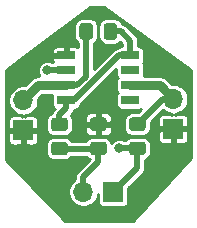
<source format=gbr>
%TF.GenerationSoftware,KiCad,Pcbnew,(5.1.6)-1*%
%TF.CreationDate,2022-09-13T14:07:30-04:00*%
%TF.ProjectId,soft-power-sw-simple,736f6674-2d70-46f7-9765-722d73772d73,rev?*%
%TF.SameCoordinates,Original*%
%TF.FileFunction,Copper,L1,Top*%
%TF.FilePolarity,Positive*%
%FSLAX46Y46*%
G04 Gerber Fmt 4.6, Leading zero omitted, Abs format (unit mm)*
G04 Created by KiCad (PCBNEW (5.1.6)-1) date 2022-09-13 14:07:30*
%MOMM*%
%LPD*%
G01*
G04 APERTURE LIST*
%TA.AperFunction,ComponentPad*%
%ADD10R,1.700000X1.700000*%
%TD*%
%TA.AperFunction,ComponentPad*%
%ADD11O,1.700000X1.700000*%
%TD*%
%TA.AperFunction,SMDPad,CuDef*%
%ADD12R,1.525000X0.700000*%
%TD*%
%TA.AperFunction,ViaPad*%
%ADD13C,0.800000*%
%TD*%
%TA.AperFunction,Conductor*%
%ADD14C,0.500000*%
%TD*%
%TA.AperFunction,Conductor*%
%ADD15C,0.750000*%
%TD*%
%TA.AperFunction,Conductor*%
%ADD16C,0.254000*%
%TD*%
G04 APERTURE END LIST*
%TO.P,C1,1*%
%TO.N,Net-(C1-Pad1)*%
%TA.AperFunction,SMDPad,CuDef*%
G36*
G01*
X144722001Y-103826000D02*
X143821999Y-103826000D01*
G75*
G02*
X143572000Y-103576001I0J249999D01*
G01*
X143572000Y-102925999D01*
G75*
G02*
X143821999Y-102676000I249999J0D01*
G01*
X144722001Y-102676000D01*
G75*
G02*
X144972000Y-102925999I0J-249999D01*
G01*
X144972000Y-103576001D01*
G75*
G02*
X144722001Y-103826000I-249999J0D01*
G01*
G37*
%TD.AperFunction*%
%TO.P,C1,2*%
%TO.N,GND*%
%TA.AperFunction,SMDPad,CuDef*%
G36*
G01*
X144722001Y-101776000D02*
X143821999Y-101776000D01*
G75*
G02*
X143572000Y-101526001I0J249999D01*
G01*
X143572000Y-100875999D01*
G75*
G02*
X143821999Y-100626000I249999J0D01*
G01*
X144722001Y-100626000D01*
G75*
G02*
X144972000Y-100875999I0J-249999D01*
G01*
X144972000Y-101526001D01*
G75*
G02*
X144722001Y-101776000I-249999J0D01*
G01*
G37*
%TD.AperFunction*%
%TD*%
D10*
%TO.P,J1,1*%
%TO.N,GND*%
X137922000Y-101727000D03*
D11*
%TO.P,J1,2*%
%TO.N,Net-(J1-Pad2)*%
X137922000Y-99187000D03*
%TD*%
%TO.P,J2,2*%
%TO.N,Net-(C1-Pad1)*%
X143002000Y-106934000D03*
D10*
%TO.P,J2,1*%
%TO.N,Net-(J2-Pad1)*%
X145542000Y-106934000D03*
%TD*%
%TO.P,J3,1*%
%TO.N,GND*%
X150622000Y-101600000D03*
D11*
%TO.P,J3,2*%
%TO.N,Net-(J3-Pad2)*%
X150622000Y-99060000D03*
%TD*%
D12*
%TO.P,Q1,1*%
%TO.N,GND*%
X141560000Y-95377000D03*
%TO.P,Q1,2*%
%TO.N,Net-(J2-Pad1)*%
X141560000Y-96647000D03*
%TO.P,Q1,3*%
%TO.N,Net-(J1-Pad2)*%
X141560000Y-97917000D03*
%TO.P,Q1,4*%
%TO.N,Net-(Q1-Pad4)*%
X141560000Y-99187000D03*
%TO.P,Q1,5*%
%TO.N,Net-(Q1-Pad5)*%
X146984000Y-99187000D03*
%TO.P,Q1,6*%
%TO.N,Net-(J3-Pad2)*%
X146984000Y-97917000D03*
%TO.P,Q1,7*%
%TO.N,Net-(Q1-Pad7)*%
X146984000Y-96647000D03*
%TO.P,Q1,8*%
%TO.N,Net-(Q1-Pad4)*%
X146984000Y-95377000D03*
%TD*%
%TO.P,R1,1*%
%TO.N,Net-(J1-Pad2)*%
%TA.AperFunction,SMDPad,CuDef*%
G36*
G01*
X142663000Y-93795001D02*
X142663000Y-92894999D01*
G75*
G02*
X142912999Y-92645000I249999J0D01*
G01*
X143563001Y-92645000D01*
G75*
G02*
X143813000Y-92894999I0J-249999D01*
G01*
X143813000Y-93795001D01*
G75*
G02*
X143563001Y-94045000I-249999J0D01*
G01*
X142912999Y-94045000D01*
G75*
G02*
X142663000Y-93795001I0J249999D01*
G01*
G37*
%TD.AperFunction*%
%TO.P,R1,2*%
%TO.N,Net-(Q1-Pad4)*%
%TA.AperFunction,SMDPad,CuDef*%
G36*
G01*
X144713000Y-93795001D02*
X144713000Y-92894999D01*
G75*
G02*
X144962999Y-92645000I249999J0D01*
G01*
X145613001Y-92645000D01*
G75*
G02*
X145863000Y-92894999I0J-249999D01*
G01*
X145863000Y-93795001D01*
G75*
G02*
X145613001Y-94045000I-249999J0D01*
G01*
X144962999Y-94045000D01*
G75*
G02*
X144713000Y-93795001I0J249999D01*
G01*
G37*
%TD.AperFunction*%
%TD*%
%TO.P,R2,2*%
%TO.N,Net-(C1-Pad1)*%
%TA.AperFunction,SMDPad,CuDef*%
G36*
G01*
X140519999Y-102694000D02*
X141420001Y-102694000D01*
G75*
G02*
X141670000Y-102943999I0J-249999D01*
G01*
X141670000Y-103594001D01*
G75*
G02*
X141420001Y-103844000I-249999J0D01*
G01*
X140519999Y-103844000D01*
G75*
G02*
X140270000Y-103594001I0J249999D01*
G01*
X140270000Y-102943999D01*
G75*
G02*
X140519999Y-102694000I249999J0D01*
G01*
G37*
%TD.AperFunction*%
%TO.P,R2,1*%
%TO.N,Net-(Q1-Pad4)*%
%TA.AperFunction,SMDPad,CuDef*%
G36*
G01*
X140519999Y-100644000D02*
X141420001Y-100644000D01*
G75*
G02*
X141670000Y-100893999I0J-249999D01*
G01*
X141670000Y-101544001D01*
G75*
G02*
X141420001Y-101794000I-249999J0D01*
G01*
X140519999Y-101794000D01*
G75*
G02*
X140270000Y-101544001I0J249999D01*
G01*
X140270000Y-100893999D01*
G75*
G02*
X140519999Y-100644000I249999J0D01*
G01*
G37*
%TD.AperFunction*%
%TD*%
%TO.P,R3,1*%
%TO.N,Net-(J3-Pad2)*%
%TA.AperFunction,SMDPad,CuDef*%
G36*
G01*
X147123999Y-100626000D02*
X148024001Y-100626000D01*
G75*
G02*
X148274000Y-100875999I0J-249999D01*
G01*
X148274000Y-101526001D01*
G75*
G02*
X148024001Y-101776000I-249999J0D01*
G01*
X147123999Y-101776000D01*
G75*
G02*
X146874000Y-101526001I0J249999D01*
G01*
X146874000Y-100875999D01*
G75*
G02*
X147123999Y-100626000I249999J0D01*
G01*
G37*
%TD.AperFunction*%
%TO.P,R3,2*%
%TO.N,Net-(J2-Pad1)*%
%TA.AperFunction,SMDPad,CuDef*%
G36*
G01*
X147123999Y-102676000D02*
X148024001Y-102676000D01*
G75*
G02*
X148274000Y-102925999I0J-249999D01*
G01*
X148274000Y-103576001D01*
G75*
G02*
X148024001Y-103826000I-249999J0D01*
G01*
X147123999Y-103826000D01*
G75*
G02*
X146874000Y-103576001I0J249999D01*
G01*
X146874000Y-102925999D01*
G75*
G02*
X147123999Y-102676000I249999J0D01*
G01*
G37*
%TD.AperFunction*%
%TD*%
D13*
%TO.N,Net-(J2-Pad1)*%
X139954000Y-96647000D03*
X146050000Y-103251000D03*
%TD*%
D14*
%TO.N,Net-(C1-Pad1)*%
X143002000Y-105664000D02*
X143002000Y-106934000D01*
X144272000Y-103251000D02*
X144272000Y-104394000D01*
X144272000Y-104394000D02*
X143002000Y-105664000D01*
X144254000Y-103269000D02*
X144272000Y-103251000D01*
X140970000Y-103269000D02*
X144254000Y-103269000D01*
D15*
%TO.N,Net-(J1-Pad2)*%
X139192000Y-97917000D02*
X137922000Y-99187000D01*
X141560000Y-97917000D02*
X139192000Y-97917000D01*
D14*
X142494000Y-97917000D02*
X141560000Y-97917000D01*
X143238000Y-93345000D02*
X143238000Y-97173000D01*
X143238000Y-97173000D02*
X142494000Y-97917000D01*
%TO.N,Net-(J2-Pad1)*%
X145542000Y-106934000D02*
X147574000Y-104902000D01*
X147574000Y-104902000D02*
X147574000Y-103251000D01*
X141560000Y-96647000D02*
X139954000Y-96647000D01*
X146050000Y-103251000D02*
X147574000Y-103251000D01*
D15*
%TO.N,Net-(J3-Pad2)*%
X149479000Y-97917000D02*
X146984000Y-97917000D01*
X150622000Y-99060000D02*
X149479000Y-97917000D01*
D14*
X147574000Y-101201000D02*
X147592000Y-101201000D01*
X149733000Y-99060000D02*
X150622000Y-99060000D01*
X147592000Y-101201000D02*
X149733000Y-99060000D01*
%TO.N,Net-(Q1-Pad4)*%
X140970000Y-101219000D02*
X140970000Y-100457000D01*
X141560000Y-99867000D02*
X141560000Y-99187000D01*
X140970000Y-100457000D02*
X141560000Y-99867000D01*
X142213965Y-99187000D02*
X146023965Y-95377000D01*
X146023965Y-95377000D02*
X146984000Y-95377000D01*
X141560000Y-99187000D02*
X142213965Y-99187000D01*
X146984000Y-94152000D02*
X146984000Y-95377000D01*
X145288000Y-93345000D02*
X146177000Y-93345000D01*
X146177000Y-93345000D02*
X146984000Y-94152000D01*
%TD*%
D16*
%TO.N,GND*%
G36*
X152075001Y-96622047D02*
G01*
X152075000Y-104092253D01*
X147247050Y-109403000D01*
X141417559Y-109403000D01*
X136469000Y-104213049D01*
X136469000Y-102577000D01*
X136642934Y-102577000D01*
X136651178Y-102660707D01*
X136675595Y-102741196D01*
X136715245Y-102815376D01*
X136768605Y-102880395D01*
X136833624Y-102933755D01*
X136907804Y-102973405D01*
X136988293Y-102997822D01*
X137072000Y-103006066D01*
X137688250Y-103004000D01*
X137795000Y-102897250D01*
X137795000Y-101854000D01*
X138049000Y-101854000D01*
X138049000Y-102897250D01*
X138155750Y-103004000D01*
X138772000Y-103006066D01*
X138855707Y-102997822D01*
X138936196Y-102973405D01*
X138991210Y-102943999D01*
X139840934Y-102943999D01*
X139840934Y-103594001D01*
X139853982Y-103726480D01*
X139892625Y-103853868D01*
X139955377Y-103971269D01*
X140039828Y-104074172D01*
X140142731Y-104158623D01*
X140260132Y-104221375D01*
X140387520Y-104260018D01*
X140519999Y-104273066D01*
X141420001Y-104273066D01*
X141552480Y-104260018D01*
X141679868Y-104221375D01*
X141797269Y-104158623D01*
X141900172Y-104074172D01*
X141984623Y-103971269D01*
X141998130Y-103946000D01*
X143253492Y-103946000D01*
X143257377Y-103953269D01*
X143341828Y-104056172D01*
X143444731Y-104140623D01*
X143525033Y-104183545D01*
X142546800Y-105161778D01*
X142520973Y-105182974D01*
X142436372Y-105286060D01*
X142373508Y-105403671D01*
X142334796Y-105531286D01*
X142325000Y-105630749D01*
X142325000Y-105630755D01*
X142321726Y-105664000D01*
X142325000Y-105697245D01*
X142325000Y-105850522D01*
X142187960Y-105942089D01*
X142010089Y-106119960D01*
X141870337Y-106329114D01*
X141774074Y-106561513D01*
X141725000Y-106808226D01*
X141725000Y-107059774D01*
X141774074Y-107306487D01*
X141870337Y-107538886D01*
X142010089Y-107748040D01*
X142187960Y-107925911D01*
X142397114Y-108065663D01*
X142629513Y-108161926D01*
X142876226Y-108211000D01*
X143127774Y-108211000D01*
X143374487Y-108161926D01*
X143606886Y-108065663D01*
X143816040Y-107925911D01*
X143993911Y-107748040D01*
X144133663Y-107538886D01*
X144229926Y-107306487D01*
X144262934Y-107140544D01*
X144262934Y-107784000D01*
X144271178Y-107867707D01*
X144295595Y-107948196D01*
X144335245Y-108022376D01*
X144388605Y-108087395D01*
X144453624Y-108140755D01*
X144527804Y-108180405D01*
X144608293Y-108204822D01*
X144692000Y-108213066D01*
X146392000Y-108213066D01*
X146475707Y-108204822D01*
X146556196Y-108180405D01*
X146630376Y-108140755D01*
X146695395Y-108087395D01*
X146748755Y-108022376D01*
X146788405Y-107948196D01*
X146812822Y-107867707D01*
X146821066Y-107784000D01*
X146821066Y-106612356D01*
X148029206Y-105404217D01*
X148055026Y-105383027D01*
X148076218Y-105357205D01*
X148076224Y-105357199D01*
X148139628Y-105279941D01*
X148202492Y-105162330D01*
X148241204Y-105034715D01*
X148242408Y-105022492D01*
X148251000Y-104935252D01*
X148251000Y-104935245D01*
X148254274Y-104902000D01*
X148251000Y-104868755D01*
X148251000Y-104213345D01*
X148283868Y-104203375D01*
X148401269Y-104140623D01*
X148504172Y-104056172D01*
X148588623Y-103953269D01*
X148651375Y-103835868D01*
X148690018Y-103708480D01*
X148703066Y-103576001D01*
X148703066Y-102925999D01*
X148690018Y-102793520D01*
X148651375Y-102666132D01*
X148588623Y-102548731D01*
X148507596Y-102450000D01*
X149342934Y-102450000D01*
X149351178Y-102533707D01*
X149375595Y-102614196D01*
X149415245Y-102688376D01*
X149468605Y-102753395D01*
X149533624Y-102806755D01*
X149607804Y-102846405D01*
X149688293Y-102870822D01*
X149772000Y-102879066D01*
X150388250Y-102877000D01*
X150495000Y-102770250D01*
X150495000Y-101727000D01*
X150749000Y-101727000D01*
X150749000Y-102770250D01*
X150855750Y-102877000D01*
X151472000Y-102879066D01*
X151555707Y-102870822D01*
X151636196Y-102846405D01*
X151710376Y-102806755D01*
X151775395Y-102753395D01*
X151828755Y-102688376D01*
X151868405Y-102614196D01*
X151892822Y-102533707D01*
X151901066Y-102450000D01*
X151899000Y-101833750D01*
X151792250Y-101727000D01*
X150749000Y-101727000D01*
X150495000Y-101727000D01*
X149451750Y-101727000D01*
X149345000Y-101833750D01*
X149342934Y-102450000D01*
X148507596Y-102450000D01*
X148504172Y-102445828D01*
X148401269Y-102361377D01*
X148283868Y-102298625D01*
X148156480Y-102259982D01*
X148024001Y-102246934D01*
X147123999Y-102246934D01*
X146991520Y-102259982D01*
X146864132Y-102298625D01*
X146746731Y-102361377D01*
X146643828Y-102445828D01*
X146559377Y-102548731D01*
X146545870Y-102574000D01*
X146525357Y-102574000D01*
X146441731Y-102518123D01*
X146291227Y-102455782D01*
X146131452Y-102424000D01*
X145968548Y-102424000D01*
X145808773Y-102455782D01*
X145658269Y-102518123D01*
X145522819Y-102608628D01*
X145407628Y-102723819D01*
X145379599Y-102765767D01*
X145349375Y-102666132D01*
X145286623Y-102548731D01*
X145202172Y-102445828D01*
X145099269Y-102361377D01*
X144981868Y-102298625D01*
X144854480Y-102259982D01*
X144722001Y-102246934D01*
X143821999Y-102246934D01*
X143689520Y-102259982D01*
X143562132Y-102298625D01*
X143444731Y-102361377D01*
X143341828Y-102445828D01*
X143257377Y-102548731D01*
X143234249Y-102592000D01*
X141998130Y-102592000D01*
X141984623Y-102566731D01*
X141900172Y-102463828D01*
X141797269Y-102379377D01*
X141679868Y-102316625D01*
X141552480Y-102277982D01*
X141420001Y-102264934D01*
X140519999Y-102264934D01*
X140387520Y-102277982D01*
X140260132Y-102316625D01*
X140142731Y-102379377D01*
X140039828Y-102463828D01*
X139955377Y-102566731D01*
X139892625Y-102684132D01*
X139853982Y-102811520D01*
X139840934Y-102943999D01*
X138991210Y-102943999D01*
X139010376Y-102933755D01*
X139075395Y-102880395D01*
X139128755Y-102815376D01*
X139168405Y-102741196D01*
X139192822Y-102660707D01*
X139201066Y-102577000D01*
X139199000Y-101960750D01*
X139092250Y-101854000D01*
X138049000Y-101854000D01*
X137795000Y-101854000D01*
X136751750Y-101854000D01*
X136645000Y-101960750D01*
X136642934Y-102577000D01*
X136469000Y-102577000D01*
X136469000Y-100877000D01*
X136642934Y-100877000D01*
X136645000Y-101493250D01*
X136751750Y-101600000D01*
X137795000Y-101600000D01*
X137795000Y-101580000D01*
X138049000Y-101580000D01*
X138049000Y-101600000D01*
X139092250Y-101600000D01*
X139199000Y-101493250D01*
X139201066Y-100877000D01*
X139192822Y-100793293D01*
X139168405Y-100712804D01*
X139128755Y-100638624D01*
X139075395Y-100573605D01*
X139010376Y-100520245D01*
X138936196Y-100480595D01*
X138855707Y-100456178D01*
X138772000Y-100447934D01*
X138155750Y-100450000D01*
X138049002Y-100556748D01*
X138049002Y-100463756D01*
X138294487Y-100414926D01*
X138526886Y-100318663D01*
X138736040Y-100178911D01*
X138913911Y-100001040D01*
X139053663Y-99791886D01*
X139149926Y-99559487D01*
X139199000Y-99312774D01*
X139199000Y-99061226D01*
X139196175Y-99047024D01*
X139524200Y-98719000D01*
X140387081Y-98719000D01*
X140376678Y-98753293D01*
X140368434Y-98837000D01*
X140368434Y-99537000D01*
X140376678Y-99620707D01*
X140401095Y-99701196D01*
X140440745Y-99775376D01*
X140494105Y-99840395D01*
X140559124Y-99893755D01*
X140570006Y-99899572D01*
X140514799Y-99954778D01*
X140488974Y-99975973D01*
X140467779Y-100001799D01*
X140467776Y-100001802D01*
X140404372Y-100079060D01*
X140341508Y-100196671D01*
X140326384Y-100246528D01*
X140260132Y-100266625D01*
X140142731Y-100329377D01*
X140039828Y-100413828D01*
X139955377Y-100516731D01*
X139892625Y-100634132D01*
X139853982Y-100761520D01*
X139840934Y-100893999D01*
X139840934Y-101544001D01*
X139853982Y-101676480D01*
X139892625Y-101803868D01*
X139955377Y-101921269D01*
X140039828Y-102024172D01*
X140142731Y-102108623D01*
X140260132Y-102171375D01*
X140387520Y-102210018D01*
X140519999Y-102223066D01*
X141420001Y-102223066D01*
X141552480Y-102210018D01*
X141679868Y-102171375D01*
X141797269Y-102108623D01*
X141900172Y-102024172D01*
X141984623Y-101921269D01*
X142047375Y-101803868D01*
X142055828Y-101776000D01*
X143142934Y-101776000D01*
X143151178Y-101859707D01*
X143175595Y-101940196D01*
X143215245Y-102014376D01*
X143268605Y-102079395D01*
X143333624Y-102132755D01*
X143407804Y-102172405D01*
X143488293Y-102196822D01*
X143572000Y-102205066D01*
X144038250Y-102203000D01*
X144145000Y-102096250D01*
X144145000Y-101328000D01*
X144399000Y-101328000D01*
X144399000Y-102096250D01*
X144505750Y-102203000D01*
X144972000Y-102205066D01*
X145055707Y-102196822D01*
X145136196Y-102172405D01*
X145210376Y-102132755D01*
X145275395Y-102079395D01*
X145328755Y-102014376D01*
X145368405Y-101940196D01*
X145392822Y-101859707D01*
X145401066Y-101776000D01*
X145399000Y-101434750D01*
X145292250Y-101328000D01*
X144399000Y-101328000D01*
X144145000Y-101328000D01*
X143251750Y-101328000D01*
X143145000Y-101434750D01*
X143142934Y-101776000D01*
X142055828Y-101776000D01*
X142086018Y-101676480D01*
X142099066Y-101544001D01*
X142099066Y-100893999D01*
X142086018Y-100761520D01*
X142047375Y-100634132D01*
X142043029Y-100626000D01*
X143142934Y-100626000D01*
X143145000Y-100967250D01*
X143251750Y-101074000D01*
X144145000Y-101074000D01*
X144145000Y-100305750D01*
X144399000Y-100305750D01*
X144399000Y-101074000D01*
X145292250Y-101074000D01*
X145399000Y-100967250D01*
X145401066Y-100626000D01*
X145392822Y-100542293D01*
X145368405Y-100461804D01*
X145328755Y-100387624D01*
X145275395Y-100322605D01*
X145210376Y-100269245D01*
X145136196Y-100229595D01*
X145055707Y-100205178D01*
X144972000Y-100196934D01*
X144505750Y-100199000D01*
X144399000Y-100305750D01*
X144145000Y-100305750D01*
X144038250Y-100199000D01*
X143572000Y-100196934D01*
X143488293Y-100205178D01*
X143407804Y-100229595D01*
X143333624Y-100269245D01*
X143268605Y-100322605D01*
X143215245Y-100387624D01*
X143175595Y-100461804D01*
X143151178Y-100542293D01*
X143142934Y-100626000D01*
X142043029Y-100626000D01*
X141984623Y-100516731D01*
X141931916Y-100452507D01*
X142015205Y-100369218D01*
X142041026Y-100348027D01*
X142062218Y-100322205D01*
X142062224Y-100322199D01*
X142125628Y-100244941D01*
X142188492Y-100127330D01*
X142227204Y-99999715D01*
X142230518Y-99966066D01*
X142322500Y-99966066D01*
X142406207Y-99957822D01*
X142486696Y-99933405D01*
X142560876Y-99893755D01*
X142625895Y-99840395D01*
X142679255Y-99775376D01*
X142718905Y-99701196D01*
X142743322Y-99620707D01*
X142743938Y-99614449D01*
X145792434Y-96565954D01*
X145792434Y-96997000D01*
X145800678Y-97080707D01*
X145825095Y-97161196D01*
X145864745Y-97235376D01*
X145903009Y-97282000D01*
X145864745Y-97328624D01*
X145825095Y-97402804D01*
X145800678Y-97483293D01*
X145792434Y-97567000D01*
X145792434Y-98267000D01*
X145800678Y-98350707D01*
X145825095Y-98431196D01*
X145864745Y-98505376D01*
X145903009Y-98552000D01*
X145864745Y-98598624D01*
X145825095Y-98672804D01*
X145800678Y-98753293D01*
X145792434Y-98837000D01*
X145792434Y-99537000D01*
X145800678Y-99620707D01*
X145825095Y-99701196D01*
X145864745Y-99775376D01*
X145918105Y-99840395D01*
X145983124Y-99893755D01*
X146057304Y-99933405D01*
X146137793Y-99957822D01*
X146221500Y-99966066D01*
X147746500Y-99966066D01*
X147830207Y-99957822D01*
X147898462Y-99937116D01*
X147638644Y-100196934D01*
X147123999Y-100196934D01*
X146991520Y-100209982D01*
X146864132Y-100248625D01*
X146746731Y-100311377D01*
X146643828Y-100395828D01*
X146559377Y-100498731D01*
X146496625Y-100616132D01*
X146457982Y-100743520D01*
X146444934Y-100875999D01*
X146444934Y-101526001D01*
X146457982Y-101658480D01*
X146496625Y-101785868D01*
X146559377Y-101903269D01*
X146643828Y-102006172D01*
X146746731Y-102090623D01*
X146864132Y-102153375D01*
X146991520Y-102192018D01*
X147123999Y-102205066D01*
X148024001Y-102205066D01*
X148156480Y-102192018D01*
X148283868Y-102153375D01*
X148401269Y-102090623D01*
X148504172Y-102006172D01*
X148588623Y-101903269D01*
X148651375Y-101785868D01*
X148690018Y-101658480D01*
X148703066Y-101526001D01*
X148703066Y-101047356D01*
X149753236Y-99997187D01*
X149807960Y-100051911D01*
X150017114Y-100191663D01*
X150249513Y-100287926D01*
X150494998Y-100336756D01*
X150494998Y-100429748D01*
X150388250Y-100323000D01*
X149772000Y-100320934D01*
X149688293Y-100329178D01*
X149607804Y-100353595D01*
X149533624Y-100393245D01*
X149468605Y-100446605D01*
X149415245Y-100511624D01*
X149375595Y-100585804D01*
X149351178Y-100666293D01*
X149342934Y-100750000D01*
X149345000Y-101366250D01*
X149451750Y-101473000D01*
X150495000Y-101473000D01*
X150495000Y-101453000D01*
X150749000Y-101453000D01*
X150749000Y-101473000D01*
X151792250Y-101473000D01*
X151899000Y-101366250D01*
X151901066Y-100750000D01*
X151892822Y-100666293D01*
X151868405Y-100585804D01*
X151828755Y-100511624D01*
X151775395Y-100446605D01*
X151710376Y-100393245D01*
X151636196Y-100353595D01*
X151555707Y-100329178D01*
X151472000Y-100320934D01*
X150855750Y-100323000D01*
X150749002Y-100429748D01*
X150749002Y-100336756D01*
X150994487Y-100287926D01*
X151226886Y-100191663D01*
X151436040Y-100051911D01*
X151613911Y-99874040D01*
X151753663Y-99664886D01*
X151849926Y-99432487D01*
X151899000Y-99185774D01*
X151899000Y-98934226D01*
X151849926Y-98687513D01*
X151753663Y-98455114D01*
X151613911Y-98245960D01*
X151436040Y-98068089D01*
X151226886Y-97928337D01*
X150994487Y-97832074D01*
X150747774Y-97783000D01*
X150496226Y-97783000D01*
X150482023Y-97785825D01*
X150073960Y-97377762D01*
X150048843Y-97347157D01*
X149926723Y-97246935D01*
X149787397Y-97172464D01*
X149636219Y-97126605D01*
X149518394Y-97115000D01*
X149518386Y-97115000D01*
X149479000Y-97111121D01*
X149439614Y-97115000D01*
X148156919Y-97115000D01*
X148167322Y-97080707D01*
X148175566Y-96997000D01*
X148175566Y-96297000D01*
X148167322Y-96213293D01*
X148142905Y-96132804D01*
X148103255Y-96058624D01*
X148064991Y-96012000D01*
X148103255Y-95965376D01*
X148142905Y-95891196D01*
X148167322Y-95810707D01*
X148175566Y-95727000D01*
X148175566Y-95027000D01*
X148167322Y-94943293D01*
X148142905Y-94862804D01*
X148103255Y-94788624D01*
X148049895Y-94723605D01*
X147984876Y-94670245D01*
X147910696Y-94630595D01*
X147830207Y-94606178D01*
X147746500Y-94597934D01*
X147661000Y-94597934D01*
X147661000Y-94185241D01*
X147664274Y-94151999D01*
X147661000Y-94118757D01*
X147661000Y-94118748D01*
X147651204Y-94019285D01*
X147612492Y-93891670D01*
X147549628Y-93774059D01*
X147465026Y-93670973D01*
X147439200Y-93649778D01*
X146679226Y-92889804D01*
X146658027Y-92863973D01*
X146554941Y-92779372D01*
X146437330Y-92716508D01*
X146309715Y-92677796D01*
X146251580Y-92672070D01*
X146240375Y-92635132D01*
X146177623Y-92517731D01*
X146093172Y-92414828D01*
X145990269Y-92330377D01*
X145872868Y-92267625D01*
X145745480Y-92228982D01*
X145613001Y-92215934D01*
X144962999Y-92215934D01*
X144830520Y-92228982D01*
X144703132Y-92267625D01*
X144585731Y-92330377D01*
X144482828Y-92414828D01*
X144398377Y-92517731D01*
X144335625Y-92635132D01*
X144296982Y-92762520D01*
X144283934Y-92894999D01*
X144283934Y-93795001D01*
X144296982Y-93927480D01*
X144335625Y-94054868D01*
X144398377Y-94172269D01*
X144482828Y-94275172D01*
X144585731Y-94359623D01*
X144703132Y-94422375D01*
X144830520Y-94461018D01*
X144962999Y-94474066D01*
X145613001Y-94474066D01*
X145745480Y-94461018D01*
X145872868Y-94422375D01*
X145990269Y-94359623D01*
X146093172Y-94275172D01*
X146118675Y-94244097D01*
X146307000Y-94432422D01*
X146307000Y-94597934D01*
X146221500Y-94597934D01*
X146137793Y-94606178D01*
X146057304Y-94630595D01*
X145983124Y-94670245D01*
X145940888Y-94704907D01*
X145891250Y-94709796D01*
X145763635Y-94748508D01*
X145646024Y-94811372D01*
X145542938Y-94895973D01*
X145521743Y-94921799D01*
X143915000Y-96528542D01*
X143915000Y-94373130D01*
X143940269Y-94359623D01*
X144043172Y-94275172D01*
X144127623Y-94172269D01*
X144190375Y-94054868D01*
X144229018Y-93927480D01*
X144242066Y-93795001D01*
X144242066Y-92894999D01*
X144229018Y-92762520D01*
X144190375Y-92635132D01*
X144127623Y-92517731D01*
X144043172Y-92414828D01*
X143940269Y-92330377D01*
X143822868Y-92267625D01*
X143695480Y-92228982D01*
X143563001Y-92215934D01*
X142912999Y-92215934D01*
X142780520Y-92228982D01*
X142653132Y-92267625D01*
X142535731Y-92330377D01*
X142432828Y-92414828D01*
X142348377Y-92517731D01*
X142285625Y-92635132D01*
X142246982Y-92762520D01*
X142233934Y-92894999D01*
X142233934Y-93795001D01*
X142246982Y-93927480D01*
X142285625Y-94054868D01*
X142348377Y-94172269D01*
X142432828Y-94275172D01*
X142535731Y-94359623D01*
X142561000Y-94373130D01*
X142561000Y-94670347D01*
X142560876Y-94670245D01*
X142486696Y-94630595D01*
X142406207Y-94606178D01*
X142322500Y-94597934D01*
X141793750Y-94600000D01*
X141687000Y-94706750D01*
X141687000Y-95250000D01*
X141707000Y-95250000D01*
X141707000Y-95504000D01*
X141687000Y-95504000D01*
X141687000Y-95524000D01*
X141433000Y-95524000D01*
X141433000Y-95504000D01*
X140477250Y-95504000D01*
X140370500Y-95610750D01*
X140368434Y-95727000D01*
X140376678Y-95810707D01*
X140401095Y-95891196D01*
X140440745Y-95965376D01*
X140444540Y-95970000D01*
X140429357Y-95970000D01*
X140345731Y-95914123D01*
X140195227Y-95851782D01*
X140035452Y-95820000D01*
X139872548Y-95820000D01*
X139712773Y-95851782D01*
X139562269Y-95914123D01*
X139426819Y-96004628D01*
X139311628Y-96119819D01*
X139221123Y-96255269D01*
X139158782Y-96405773D01*
X139127000Y-96565548D01*
X139127000Y-96728452D01*
X139158782Y-96888227D01*
X139221123Y-97038731D01*
X139272084Y-97115000D01*
X139231385Y-97115000D01*
X139191999Y-97111121D01*
X139152613Y-97115000D01*
X139152606Y-97115000D01*
X139049471Y-97125158D01*
X139034780Y-97126605D01*
X138997434Y-97137934D01*
X138883603Y-97172464D01*
X138744277Y-97246935D01*
X138744275Y-97246936D01*
X138744276Y-97246936D01*
X138652755Y-97322045D01*
X138652751Y-97322049D01*
X138622157Y-97347157D01*
X138597048Y-97377752D01*
X138061976Y-97912825D01*
X138047774Y-97910000D01*
X137796226Y-97910000D01*
X137549513Y-97959074D01*
X137317114Y-98055337D01*
X137107960Y-98195089D01*
X136930089Y-98372960D01*
X136790337Y-98582114D01*
X136694074Y-98814513D01*
X136645000Y-99061226D01*
X136645000Y-99312774D01*
X136694074Y-99559487D01*
X136790337Y-99791886D01*
X136930089Y-100001040D01*
X137107960Y-100178911D01*
X137317114Y-100318663D01*
X137549513Y-100414926D01*
X137794998Y-100463756D01*
X137794998Y-100556748D01*
X137688250Y-100450000D01*
X137072000Y-100447934D01*
X136988293Y-100456178D01*
X136907804Y-100480595D01*
X136833624Y-100520245D01*
X136768605Y-100573605D01*
X136715245Y-100638624D01*
X136675595Y-100712804D01*
X136651178Y-100793293D01*
X136642934Y-100877000D01*
X136469000Y-100877000D01*
X136469000Y-96617449D01*
X138565501Y-95027000D01*
X140368434Y-95027000D01*
X140370500Y-95143250D01*
X140477250Y-95250000D01*
X141433000Y-95250000D01*
X141433000Y-94706750D01*
X141326250Y-94600000D01*
X140797500Y-94597934D01*
X140713793Y-94606178D01*
X140633304Y-94630595D01*
X140559124Y-94670245D01*
X140494105Y-94723605D01*
X140440745Y-94788624D01*
X140401095Y-94862804D01*
X140376678Y-94943293D01*
X140368434Y-95027000D01*
X138565501Y-95027000D01*
X143535047Y-91257000D01*
X144759030Y-91257000D01*
X152075001Y-96622047D01*
G37*
X152075001Y-96622047D02*
X152075000Y-104092253D01*
X147247050Y-109403000D01*
X141417559Y-109403000D01*
X136469000Y-104213049D01*
X136469000Y-102577000D01*
X136642934Y-102577000D01*
X136651178Y-102660707D01*
X136675595Y-102741196D01*
X136715245Y-102815376D01*
X136768605Y-102880395D01*
X136833624Y-102933755D01*
X136907804Y-102973405D01*
X136988293Y-102997822D01*
X137072000Y-103006066D01*
X137688250Y-103004000D01*
X137795000Y-102897250D01*
X137795000Y-101854000D01*
X138049000Y-101854000D01*
X138049000Y-102897250D01*
X138155750Y-103004000D01*
X138772000Y-103006066D01*
X138855707Y-102997822D01*
X138936196Y-102973405D01*
X138991210Y-102943999D01*
X139840934Y-102943999D01*
X139840934Y-103594001D01*
X139853982Y-103726480D01*
X139892625Y-103853868D01*
X139955377Y-103971269D01*
X140039828Y-104074172D01*
X140142731Y-104158623D01*
X140260132Y-104221375D01*
X140387520Y-104260018D01*
X140519999Y-104273066D01*
X141420001Y-104273066D01*
X141552480Y-104260018D01*
X141679868Y-104221375D01*
X141797269Y-104158623D01*
X141900172Y-104074172D01*
X141984623Y-103971269D01*
X141998130Y-103946000D01*
X143253492Y-103946000D01*
X143257377Y-103953269D01*
X143341828Y-104056172D01*
X143444731Y-104140623D01*
X143525033Y-104183545D01*
X142546800Y-105161778D01*
X142520973Y-105182974D01*
X142436372Y-105286060D01*
X142373508Y-105403671D01*
X142334796Y-105531286D01*
X142325000Y-105630749D01*
X142325000Y-105630755D01*
X142321726Y-105664000D01*
X142325000Y-105697245D01*
X142325000Y-105850522D01*
X142187960Y-105942089D01*
X142010089Y-106119960D01*
X141870337Y-106329114D01*
X141774074Y-106561513D01*
X141725000Y-106808226D01*
X141725000Y-107059774D01*
X141774074Y-107306487D01*
X141870337Y-107538886D01*
X142010089Y-107748040D01*
X142187960Y-107925911D01*
X142397114Y-108065663D01*
X142629513Y-108161926D01*
X142876226Y-108211000D01*
X143127774Y-108211000D01*
X143374487Y-108161926D01*
X143606886Y-108065663D01*
X143816040Y-107925911D01*
X143993911Y-107748040D01*
X144133663Y-107538886D01*
X144229926Y-107306487D01*
X144262934Y-107140544D01*
X144262934Y-107784000D01*
X144271178Y-107867707D01*
X144295595Y-107948196D01*
X144335245Y-108022376D01*
X144388605Y-108087395D01*
X144453624Y-108140755D01*
X144527804Y-108180405D01*
X144608293Y-108204822D01*
X144692000Y-108213066D01*
X146392000Y-108213066D01*
X146475707Y-108204822D01*
X146556196Y-108180405D01*
X146630376Y-108140755D01*
X146695395Y-108087395D01*
X146748755Y-108022376D01*
X146788405Y-107948196D01*
X146812822Y-107867707D01*
X146821066Y-107784000D01*
X146821066Y-106612356D01*
X148029206Y-105404217D01*
X148055026Y-105383027D01*
X148076218Y-105357205D01*
X148076224Y-105357199D01*
X148139628Y-105279941D01*
X148202492Y-105162330D01*
X148241204Y-105034715D01*
X148242408Y-105022492D01*
X148251000Y-104935252D01*
X148251000Y-104935245D01*
X148254274Y-104902000D01*
X148251000Y-104868755D01*
X148251000Y-104213345D01*
X148283868Y-104203375D01*
X148401269Y-104140623D01*
X148504172Y-104056172D01*
X148588623Y-103953269D01*
X148651375Y-103835868D01*
X148690018Y-103708480D01*
X148703066Y-103576001D01*
X148703066Y-102925999D01*
X148690018Y-102793520D01*
X148651375Y-102666132D01*
X148588623Y-102548731D01*
X148507596Y-102450000D01*
X149342934Y-102450000D01*
X149351178Y-102533707D01*
X149375595Y-102614196D01*
X149415245Y-102688376D01*
X149468605Y-102753395D01*
X149533624Y-102806755D01*
X149607804Y-102846405D01*
X149688293Y-102870822D01*
X149772000Y-102879066D01*
X150388250Y-102877000D01*
X150495000Y-102770250D01*
X150495000Y-101727000D01*
X150749000Y-101727000D01*
X150749000Y-102770250D01*
X150855750Y-102877000D01*
X151472000Y-102879066D01*
X151555707Y-102870822D01*
X151636196Y-102846405D01*
X151710376Y-102806755D01*
X151775395Y-102753395D01*
X151828755Y-102688376D01*
X151868405Y-102614196D01*
X151892822Y-102533707D01*
X151901066Y-102450000D01*
X151899000Y-101833750D01*
X151792250Y-101727000D01*
X150749000Y-101727000D01*
X150495000Y-101727000D01*
X149451750Y-101727000D01*
X149345000Y-101833750D01*
X149342934Y-102450000D01*
X148507596Y-102450000D01*
X148504172Y-102445828D01*
X148401269Y-102361377D01*
X148283868Y-102298625D01*
X148156480Y-102259982D01*
X148024001Y-102246934D01*
X147123999Y-102246934D01*
X146991520Y-102259982D01*
X146864132Y-102298625D01*
X146746731Y-102361377D01*
X146643828Y-102445828D01*
X146559377Y-102548731D01*
X146545870Y-102574000D01*
X146525357Y-102574000D01*
X146441731Y-102518123D01*
X146291227Y-102455782D01*
X146131452Y-102424000D01*
X145968548Y-102424000D01*
X145808773Y-102455782D01*
X145658269Y-102518123D01*
X145522819Y-102608628D01*
X145407628Y-102723819D01*
X145379599Y-102765767D01*
X145349375Y-102666132D01*
X145286623Y-102548731D01*
X145202172Y-102445828D01*
X145099269Y-102361377D01*
X144981868Y-102298625D01*
X144854480Y-102259982D01*
X144722001Y-102246934D01*
X143821999Y-102246934D01*
X143689520Y-102259982D01*
X143562132Y-102298625D01*
X143444731Y-102361377D01*
X143341828Y-102445828D01*
X143257377Y-102548731D01*
X143234249Y-102592000D01*
X141998130Y-102592000D01*
X141984623Y-102566731D01*
X141900172Y-102463828D01*
X141797269Y-102379377D01*
X141679868Y-102316625D01*
X141552480Y-102277982D01*
X141420001Y-102264934D01*
X140519999Y-102264934D01*
X140387520Y-102277982D01*
X140260132Y-102316625D01*
X140142731Y-102379377D01*
X140039828Y-102463828D01*
X139955377Y-102566731D01*
X139892625Y-102684132D01*
X139853982Y-102811520D01*
X139840934Y-102943999D01*
X138991210Y-102943999D01*
X139010376Y-102933755D01*
X139075395Y-102880395D01*
X139128755Y-102815376D01*
X139168405Y-102741196D01*
X139192822Y-102660707D01*
X139201066Y-102577000D01*
X139199000Y-101960750D01*
X139092250Y-101854000D01*
X138049000Y-101854000D01*
X137795000Y-101854000D01*
X136751750Y-101854000D01*
X136645000Y-101960750D01*
X136642934Y-102577000D01*
X136469000Y-102577000D01*
X136469000Y-100877000D01*
X136642934Y-100877000D01*
X136645000Y-101493250D01*
X136751750Y-101600000D01*
X137795000Y-101600000D01*
X137795000Y-101580000D01*
X138049000Y-101580000D01*
X138049000Y-101600000D01*
X139092250Y-101600000D01*
X139199000Y-101493250D01*
X139201066Y-100877000D01*
X139192822Y-100793293D01*
X139168405Y-100712804D01*
X139128755Y-100638624D01*
X139075395Y-100573605D01*
X139010376Y-100520245D01*
X138936196Y-100480595D01*
X138855707Y-100456178D01*
X138772000Y-100447934D01*
X138155750Y-100450000D01*
X138049002Y-100556748D01*
X138049002Y-100463756D01*
X138294487Y-100414926D01*
X138526886Y-100318663D01*
X138736040Y-100178911D01*
X138913911Y-100001040D01*
X139053663Y-99791886D01*
X139149926Y-99559487D01*
X139199000Y-99312774D01*
X139199000Y-99061226D01*
X139196175Y-99047024D01*
X139524200Y-98719000D01*
X140387081Y-98719000D01*
X140376678Y-98753293D01*
X140368434Y-98837000D01*
X140368434Y-99537000D01*
X140376678Y-99620707D01*
X140401095Y-99701196D01*
X140440745Y-99775376D01*
X140494105Y-99840395D01*
X140559124Y-99893755D01*
X140570006Y-99899572D01*
X140514799Y-99954778D01*
X140488974Y-99975973D01*
X140467779Y-100001799D01*
X140467776Y-100001802D01*
X140404372Y-100079060D01*
X140341508Y-100196671D01*
X140326384Y-100246528D01*
X140260132Y-100266625D01*
X140142731Y-100329377D01*
X140039828Y-100413828D01*
X139955377Y-100516731D01*
X139892625Y-100634132D01*
X139853982Y-100761520D01*
X139840934Y-100893999D01*
X139840934Y-101544001D01*
X139853982Y-101676480D01*
X139892625Y-101803868D01*
X139955377Y-101921269D01*
X140039828Y-102024172D01*
X140142731Y-102108623D01*
X140260132Y-102171375D01*
X140387520Y-102210018D01*
X140519999Y-102223066D01*
X141420001Y-102223066D01*
X141552480Y-102210018D01*
X141679868Y-102171375D01*
X141797269Y-102108623D01*
X141900172Y-102024172D01*
X141984623Y-101921269D01*
X142047375Y-101803868D01*
X142055828Y-101776000D01*
X143142934Y-101776000D01*
X143151178Y-101859707D01*
X143175595Y-101940196D01*
X143215245Y-102014376D01*
X143268605Y-102079395D01*
X143333624Y-102132755D01*
X143407804Y-102172405D01*
X143488293Y-102196822D01*
X143572000Y-102205066D01*
X144038250Y-102203000D01*
X144145000Y-102096250D01*
X144145000Y-101328000D01*
X144399000Y-101328000D01*
X144399000Y-102096250D01*
X144505750Y-102203000D01*
X144972000Y-102205066D01*
X145055707Y-102196822D01*
X145136196Y-102172405D01*
X145210376Y-102132755D01*
X145275395Y-102079395D01*
X145328755Y-102014376D01*
X145368405Y-101940196D01*
X145392822Y-101859707D01*
X145401066Y-101776000D01*
X145399000Y-101434750D01*
X145292250Y-101328000D01*
X144399000Y-101328000D01*
X144145000Y-101328000D01*
X143251750Y-101328000D01*
X143145000Y-101434750D01*
X143142934Y-101776000D01*
X142055828Y-101776000D01*
X142086018Y-101676480D01*
X142099066Y-101544001D01*
X142099066Y-100893999D01*
X142086018Y-100761520D01*
X142047375Y-100634132D01*
X142043029Y-100626000D01*
X143142934Y-100626000D01*
X143145000Y-100967250D01*
X143251750Y-101074000D01*
X144145000Y-101074000D01*
X144145000Y-100305750D01*
X144399000Y-100305750D01*
X144399000Y-101074000D01*
X145292250Y-101074000D01*
X145399000Y-100967250D01*
X145401066Y-100626000D01*
X145392822Y-100542293D01*
X145368405Y-100461804D01*
X145328755Y-100387624D01*
X145275395Y-100322605D01*
X145210376Y-100269245D01*
X145136196Y-100229595D01*
X145055707Y-100205178D01*
X144972000Y-100196934D01*
X144505750Y-100199000D01*
X144399000Y-100305750D01*
X144145000Y-100305750D01*
X144038250Y-100199000D01*
X143572000Y-100196934D01*
X143488293Y-100205178D01*
X143407804Y-100229595D01*
X143333624Y-100269245D01*
X143268605Y-100322605D01*
X143215245Y-100387624D01*
X143175595Y-100461804D01*
X143151178Y-100542293D01*
X143142934Y-100626000D01*
X142043029Y-100626000D01*
X141984623Y-100516731D01*
X141931916Y-100452507D01*
X142015205Y-100369218D01*
X142041026Y-100348027D01*
X142062218Y-100322205D01*
X142062224Y-100322199D01*
X142125628Y-100244941D01*
X142188492Y-100127330D01*
X142227204Y-99999715D01*
X142230518Y-99966066D01*
X142322500Y-99966066D01*
X142406207Y-99957822D01*
X142486696Y-99933405D01*
X142560876Y-99893755D01*
X142625895Y-99840395D01*
X142679255Y-99775376D01*
X142718905Y-99701196D01*
X142743322Y-99620707D01*
X142743938Y-99614449D01*
X145792434Y-96565954D01*
X145792434Y-96997000D01*
X145800678Y-97080707D01*
X145825095Y-97161196D01*
X145864745Y-97235376D01*
X145903009Y-97282000D01*
X145864745Y-97328624D01*
X145825095Y-97402804D01*
X145800678Y-97483293D01*
X145792434Y-97567000D01*
X145792434Y-98267000D01*
X145800678Y-98350707D01*
X145825095Y-98431196D01*
X145864745Y-98505376D01*
X145903009Y-98552000D01*
X145864745Y-98598624D01*
X145825095Y-98672804D01*
X145800678Y-98753293D01*
X145792434Y-98837000D01*
X145792434Y-99537000D01*
X145800678Y-99620707D01*
X145825095Y-99701196D01*
X145864745Y-99775376D01*
X145918105Y-99840395D01*
X145983124Y-99893755D01*
X146057304Y-99933405D01*
X146137793Y-99957822D01*
X146221500Y-99966066D01*
X147746500Y-99966066D01*
X147830207Y-99957822D01*
X147898462Y-99937116D01*
X147638644Y-100196934D01*
X147123999Y-100196934D01*
X146991520Y-100209982D01*
X146864132Y-100248625D01*
X146746731Y-100311377D01*
X146643828Y-100395828D01*
X146559377Y-100498731D01*
X146496625Y-100616132D01*
X146457982Y-100743520D01*
X146444934Y-100875999D01*
X146444934Y-101526001D01*
X146457982Y-101658480D01*
X146496625Y-101785868D01*
X146559377Y-101903269D01*
X146643828Y-102006172D01*
X146746731Y-102090623D01*
X146864132Y-102153375D01*
X146991520Y-102192018D01*
X147123999Y-102205066D01*
X148024001Y-102205066D01*
X148156480Y-102192018D01*
X148283868Y-102153375D01*
X148401269Y-102090623D01*
X148504172Y-102006172D01*
X148588623Y-101903269D01*
X148651375Y-101785868D01*
X148690018Y-101658480D01*
X148703066Y-101526001D01*
X148703066Y-101047356D01*
X149753236Y-99997187D01*
X149807960Y-100051911D01*
X150017114Y-100191663D01*
X150249513Y-100287926D01*
X150494998Y-100336756D01*
X150494998Y-100429748D01*
X150388250Y-100323000D01*
X149772000Y-100320934D01*
X149688293Y-100329178D01*
X149607804Y-100353595D01*
X149533624Y-100393245D01*
X149468605Y-100446605D01*
X149415245Y-100511624D01*
X149375595Y-100585804D01*
X149351178Y-100666293D01*
X149342934Y-100750000D01*
X149345000Y-101366250D01*
X149451750Y-101473000D01*
X150495000Y-101473000D01*
X150495000Y-101453000D01*
X150749000Y-101453000D01*
X150749000Y-101473000D01*
X151792250Y-101473000D01*
X151899000Y-101366250D01*
X151901066Y-100750000D01*
X151892822Y-100666293D01*
X151868405Y-100585804D01*
X151828755Y-100511624D01*
X151775395Y-100446605D01*
X151710376Y-100393245D01*
X151636196Y-100353595D01*
X151555707Y-100329178D01*
X151472000Y-100320934D01*
X150855750Y-100323000D01*
X150749002Y-100429748D01*
X150749002Y-100336756D01*
X150994487Y-100287926D01*
X151226886Y-100191663D01*
X151436040Y-100051911D01*
X151613911Y-99874040D01*
X151753663Y-99664886D01*
X151849926Y-99432487D01*
X151899000Y-99185774D01*
X151899000Y-98934226D01*
X151849926Y-98687513D01*
X151753663Y-98455114D01*
X151613911Y-98245960D01*
X151436040Y-98068089D01*
X151226886Y-97928337D01*
X150994487Y-97832074D01*
X150747774Y-97783000D01*
X150496226Y-97783000D01*
X150482023Y-97785825D01*
X150073960Y-97377762D01*
X150048843Y-97347157D01*
X149926723Y-97246935D01*
X149787397Y-97172464D01*
X149636219Y-97126605D01*
X149518394Y-97115000D01*
X149518386Y-97115000D01*
X149479000Y-97111121D01*
X149439614Y-97115000D01*
X148156919Y-97115000D01*
X148167322Y-97080707D01*
X148175566Y-96997000D01*
X148175566Y-96297000D01*
X148167322Y-96213293D01*
X148142905Y-96132804D01*
X148103255Y-96058624D01*
X148064991Y-96012000D01*
X148103255Y-95965376D01*
X148142905Y-95891196D01*
X148167322Y-95810707D01*
X148175566Y-95727000D01*
X148175566Y-95027000D01*
X148167322Y-94943293D01*
X148142905Y-94862804D01*
X148103255Y-94788624D01*
X148049895Y-94723605D01*
X147984876Y-94670245D01*
X147910696Y-94630595D01*
X147830207Y-94606178D01*
X147746500Y-94597934D01*
X147661000Y-94597934D01*
X147661000Y-94185241D01*
X147664274Y-94151999D01*
X147661000Y-94118757D01*
X147661000Y-94118748D01*
X147651204Y-94019285D01*
X147612492Y-93891670D01*
X147549628Y-93774059D01*
X147465026Y-93670973D01*
X147439200Y-93649778D01*
X146679226Y-92889804D01*
X146658027Y-92863973D01*
X146554941Y-92779372D01*
X146437330Y-92716508D01*
X146309715Y-92677796D01*
X146251580Y-92672070D01*
X146240375Y-92635132D01*
X146177623Y-92517731D01*
X146093172Y-92414828D01*
X145990269Y-92330377D01*
X145872868Y-92267625D01*
X145745480Y-92228982D01*
X145613001Y-92215934D01*
X144962999Y-92215934D01*
X144830520Y-92228982D01*
X144703132Y-92267625D01*
X144585731Y-92330377D01*
X144482828Y-92414828D01*
X144398377Y-92517731D01*
X144335625Y-92635132D01*
X144296982Y-92762520D01*
X144283934Y-92894999D01*
X144283934Y-93795001D01*
X144296982Y-93927480D01*
X144335625Y-94054868D01*
X144398377Y-94172269D01*
X144482828Y-94275172D01*
X144585731Y-94359623D01*
X144703132Y-94422375D01*
X144830520Y-94461018D01*
X144962999Y-94474066D01*
X145613001Y-94474066D01*
X145745480Y-94461018D01*
X145872868Y-94422375D01*
X145990269Y-94359623D01*
X146093172Y-94275172D01*
X146118675Y-94244097D01*
X146307000Y-94432422D01*
X146307000Y-94597934D01*
X146221500Y-94597934D01*
X146137793Y-94606178D01*
X146057304Y-94630595D01*
X145983124Y-94670245D01*
X145940888Y-94704907D01*
X145891250Y-94709796D01*
X145763635Y-94748508D01*
X145646024Y-94811372D01*
X145542938Y-94895973D01*
X145521743Y-94921799D01*
X143915000Y-96528542D01*
X143915000Y-94373130D01*
X143940269Y-94359623D01*
X144043172Y-94275172D01*
X144127623Y-94172269D01*
X144190375Y-94054868D01*
X144229018Y-93927480D01*
X144242066Y-93795001D01*
X144242066Y-92894999D01*
X144229018Y-92762520D01*
X144190375Y-92635132D01*
X144127623Y-92517731D01*
X144043172Y-92414828D01*
X143940269Y-92330377D01*
X143822868Y-92267625D01*
X143695480Y-92228982D01*
X143563001Y-92215934D01*
X142912999Y-92215934D01*
X142780520Y-92228982D01*
X142653132Y-92267625D01*
X142535731Y-92330377D01*
X142432828Y-92414828D01*
X142348377Y-92517731D01*
X142285625Y-92635132D01*
X142246982Y-92762520D01*
X142233934Y-92894999D01*
X142233934Y-93795001D01*
X142246982Y-93927480D01*
X142285625Y-94054868D01*
X142348377Y-94172269D01*
X142432828Y-94275172D01*
X142535731Y-94359623D01*
X142561000Y-94373130D01*
X142561000Y-94670347D01*
X142560876Y-94670245D01*
X142486696Y-94630595D01*
X142406207Y-94606178D01*
X142322500Y-94597934D01*
X141793750Y-94600000D01*
X141687000Y-94706750D01*
X141687000Y-95250000D01*
X141707000Y-95250000D01*
X141707000Y-95504000D01*
X141687000Y-95504000D01*
X141687000Y-95524000D01*
X141433000Y-95524000D01*
X141433000Y-95504000D01*
X140477250Y-95504000D01*
X140370500Y-95610750D01*
X140368434Y-95727000D01*
X140376678Y-95810707D01*
X140401095Y-95891196D01*
X140440745Y-95965376D01*
X140444540Y-95970000D01*
X140429357Y-95970000D01*
X140345731Y-95914123D01*
X140195227Y-95851782D01*
X140035452Y-95820000D01*
X139872548Y-95820000D01*
X139712773Y-95851782D01*
X139562269Y-95914123D01*
X139426819Y-96004628D01*
X139311628Y-96119819D01*
X139221123Y-96255269D01*
X139158782Y-96405773D01*
X139127000Y-96565548D01*
X139127000Y-96728452D01*
X139158782Y-96888227D01*
X139221123Y-97038731D01*
X139272084Y-97115000D01*
X139231385Y-97115000D01*
X139191999Y-97111121D01*
X139152613Y-97115000D01*
X139152606Y-97115000D01*
X139049471Y-97125158D01*
X139034780Y-97126605D01*
X138997434Y-97137934D01*
X138883603Y-97172464D01*
X138744277Y-97246935D01*
X138744275Y-97246936D01*
X138744276Y-97246936D01*
X138652755Y-97322045D01*
X138652751Y-97322049D01*
X138622157Y-97347157D01*
X138597048Y-97377752D01*
X138061976Y-97912825D01*
X138047774Y-97910000D01*
X137796226Y-97910000D01*
X137549513Y-97959074D01*
X137317114Y-98055337D01*
X137107960Y-98195089D01*
X136930089Y-98372960D01*
X136790337Y-98582114D01*
X136694074Y-98814513D01*
X136645000Y-99061226D01*
X136645000Y-99312774D01*
X136694074Y-99559487D01*
X136790337Y-99791886D01*
X136930089Y-100001040D01*
X137107960Y-100178911D01*
X137317114Y-100318663D01*
X137549513Y-100414926D01*
X137794998Y-100463756D01*
X137794998Y-100556748D01*
X137688250Y-100450000D01*
X137072000Y-100447934D01*
X136988293Y-100456178D01*
X136907804Y-100480595D01*
X136833624Y-100520245D01*
X136768605Y-100573605D01*
X136715245Y-100638624D01*
X136675595Y-100712804D01*
X136651178Y-100793293D01*
X136642934Y-100877000D01*
X136469000Y-100877000D01*
X136469000Y-96617449D01*
X138565501Y-95027000D01*
X140368434Y-95027000D01*
X140370500Y-95143250D01*
X140477250Y-95250000D01*
X141433000Y-95250000D01*
X141433000Y-94706750D01*
X141326250Y-94600000D01*
X140797500Y-94597934D01*
X140713793Y-94606178D01*
X140633304Y-94630595D01*
X140559124Y-94670245D01*
X140494105Y-94723605D01*
X140440745Y-94788624D01*
X140401095Y-94862804D01*
X140376678Y-94943293D01*
X140368434Y-95027000D01*
X138565501Y-95027000D01*
X143535047Y-91257000D01*
X144759030Y-91257000D01*
X152075001Y-96622047D01*
%TD*%
M02*

</source>
